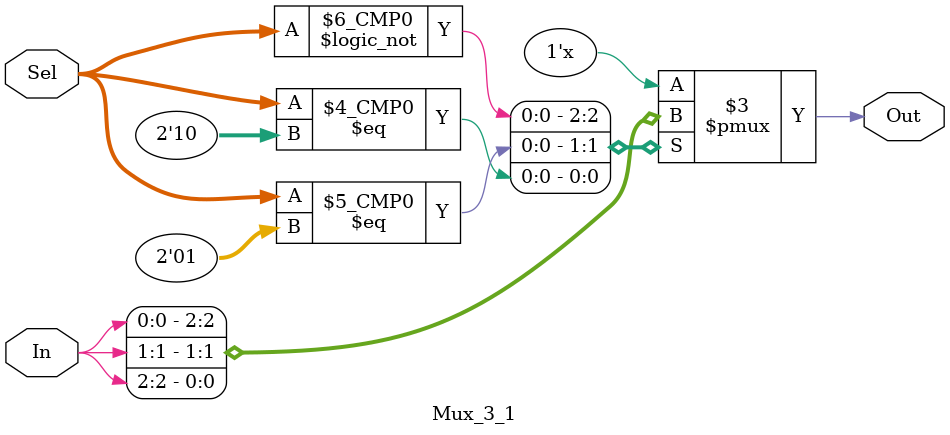
<source format=v>
module Mux_3_1(In, Sel, Out);
  input [2:0] In;
  input [1:0] Sel;
  output reg Out;

  always @(In, Sel) begin
    case(Sel)
      0: Out = In[0];
      1: Out = In[1];
      2: Out = In[2];
      default: Out = 1'bX;
    endcase
  end
endmodule
</source>
